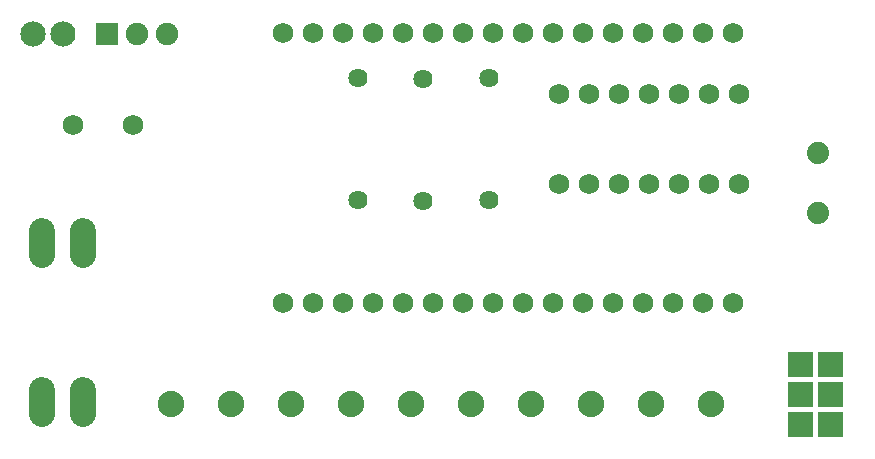
<source format=gts>
G04 Layer: TopSolderMaskLayer*
G04 EasyEDA v6.4.20.6, 2021-07-29T22:43:28+02:00*
G04 24e0db9a2a824a908a71db8b70acd879,4245c91a3b6e4cf7aa995480f5c7e4a3,10*
G04 Gerber Generator version 0.2*
G04 Scale: 100 percent, Rotated: No, Reflected: No *
G04 Dimensions in millimeters *
G04 leading zeros omitted , absolute positions ,4 integer and 5 decimal *
%FSLAX45Y45*%
%MOMM*%

%ADD31C,2.2032*%
%ADD32C,2.1336*%
%ADD33C,2.1344*%
%ADD35C,1.9040*%
%ADD36C,1.7272*%
%ADD37C,2.2352*%
%ADD38C,1.8796*%
%ADD40C,1.6256*%

%LPD*%
D31*
X-279679Y10880166D02*
G01*
X-279679Y11080165D01*
X60705Y10880166D02*
G01*
X60705Y11080165D01*
X-279679Y12226366D02*
G01*
X-279679Y12426365D01*
X60705Y12226366D02*
G01*
X60705Y12426365D01*
D32*
G01*
X-102158Y14097025D03*
D33*
G01*
X-356158Y14097025D03*
G36*
X176529Y14006829D02*
G01*
X176529Y14187170D01*
X356870Y14187170D01*
X356870Y14006829D01*
G37*
D35*
G01*
X520700Y14097000D03*
G01*
X774700Y14097000D03*
D36*
G01*
X1758238Y11815927D03*
G01*
X2012238Y11815927D03*
G01*
X2266238Y11815927D03*
G01*
X2520238Y11815927D03*
G01*
X2774238Y11815927D03*
G01*
X3028238Y11815927D03*
G01*
X3282238Y11815927D03*
G01*
X3536238Y11815927D03*
G01*
X3790238Y11815927D03*
G01*
X4044238Y11815927D03*
G01*
X4298238Y11815927D03*
G01*
X4552238Y11815927D03*
G01*
X4806238Y11815927D03*
G01*
X5060238Y11815927D03*
G01*
X5314238Y11815927D03*
G01*
X5568238Y11815927D03*
G01*
X1758238Y14101927D03*
G01*
X2012238Y14101927D03*
G01*
X2266238Y14101927D03*
G01*
X2520238Y14101927D03*
G01*
X2774238Y14101927D03*
G01*
X3028238Y14101927D03*
G01*
X3282238Y14101927D03*
G01*
X3536238Y14101927D03*
G01*
X3790238Y14101927D03*
G01*
X4044238Y14101927D03*
G01*
X4298238Y14101927D03*
G01*
X4552238Y14101927D03*
G01*
X4806238Y14101927D03*
G01*
X5060238Y14101927D03*
G01*
X5314238Y14101927D03*
G01*
X5568238Y14101927D03*
D37*
G01*
X3852925Y10967465D03*
G01*
X4360925Y10967465D03*
G01*
X2836925Y10967465D03*
G01*
X3344925Y10967465D03*
G01*
X1820926Y10967465D03*
G01*
X2328925Y10967465D03*
G01*
X4868925Y10967465D03*
G01*
X5376925Y10967465D03*
G01*
X804926Y10967465D03*
G01*
X1312926Y10967465D03*
D36*
G01*
X-20573Y13329666D03*
G01*
X487426Y13329666D03*
G01*
X5619851Y13591489D03*
G01*
X4857851Y13591489D03*
G01*
X5111851Y13591489D03*
G01*
X5365851Y13591489D03*
G01*
X4857851Y12829489D03*
G01*
X5619851Y12829489D03*
G01*
X5365851Y12829489D03*
G01*
X5111851Y12829489D03*
G01*
X4603851Y13591489D03*
G01*
X4349826Y13591489D03*
G01*
X4095826Y13591489D03*
G01*
X4095826Y12829489D03*
G01*
X4603851Y12829489D03*
G01*
X4349826Y12829489D03*
D38*
G01*
X6282791Y13092912D03*
G01*
X6282791Y12584912D03*
G36*
X6034786Y11193526D02*
G01*
X6034786Y11401805D01*
X6243065Y11401805D01*
X6243065Y11193526D01*
G37*
G36*
X6288786Y11193526D02*
G01*
X6288786Y11401805D01*
X6497065Y11401805D01*
X6497065Y11193526D01*
G37*
G36*
X6034786Y10939526D02*
G01*
X6034786Y11147805D01*
X6243065Y11147805D01*
X6243065Y10939526D01*
G37*
G36*
X6288786Y10939526D02*
G01*
X6288786Y11147805D01*
X6497065Y11147805D01*
X6497065Y10939526D01*
G37*
G36*
X6034786Y10685526D02*
G01*
X6034786Y10893805D01*
X6243065Y10893805D01*
X6243065Y10685526D01*
G37*
G36*
X6288786Y10685526D02*
G01*
X6288786Y10893805D01*
X6497065Y10893805D01*
X6497065Y10685526D01*
G37*
D40*
G01*
X3502710Y12690779D03*
G01*
X3502710Y13720800D03*
G01*
X2395169Y12690779D03*
G01*
X2395169Y13720800D03*
G01*
X2943428Y12686080D03*
G01*
X2943428Y13716101D03*
M02*

</source>
